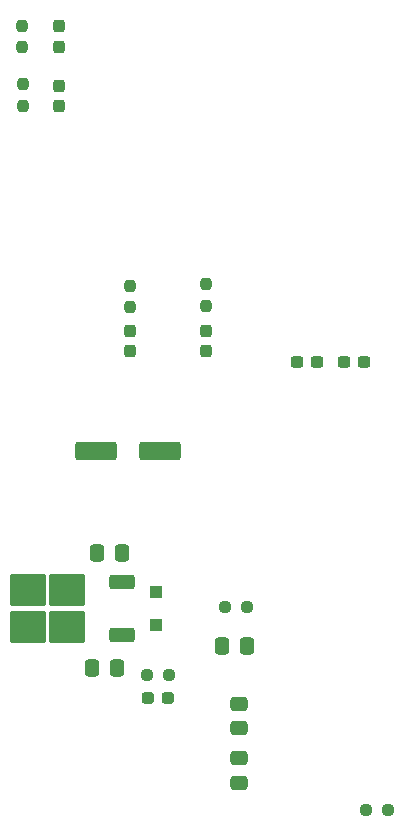
<source format=gbr>
%TF.GenerationSoftware,KiCad,Pcbnew,7.0.1-0*%
%TF.CreationDate,2023-05-22T14:04:25+09:00*%
%TF.ProjectId,AirData,41697244-6174-4612-9e6b-696361645f70,rev?*%
%TF.SameCoordinates,Original*%
%TF.FileFunction,Paste,Top*%
%TF.FilePolarity,Positive*%
%FSLAX46Y46*%
G04 Gerber Fmt 4.6, Leading zero omitted, Abs format (unit mm)*
G04 Created by KiCad (PCBNEW 7.0.1-0) date 2023-05-22 14:04:25*
%MOMM*%
%LPD*%
G01*
G04 APERTURE LIST*
G04 Aperture macros list*
%AMRoundRect*
0 Rectangle with rounded corners*
0 $1 Rounding radius*
0 $2 $3 $4 $5 $6 $7 $8 $9 X,Y pos of 4 corners*
0 Add a 4 corners polygon primitive as box body*
4,1,4,$2,$3,$4,$5,$6,$7,$8,$9,$2,$3,0*
0 Add four circle primitives for the rounded corners*
1,1,$1+$1,$2,$3*
1,1,$1+$1,$4,$5*
1,1,$1+$1,$6,$7*
1,1,$1+$1,$8,$9*
0 Add four rect primitives between the rounded corners*
20,1,$1+$1,$2,$3,$4,$5,0*
20,1,$1+$1,$4,$5,$6,$7,0*
20,1,$1+$1,$6,$7,$8,$9,0*
20,1,$1+$1,$8,$9,$2,$3,0*%
G04 Aperture macros list end*
%ADD10RoundRect,0.250000X0.337500X0.475000X-0.337500X0.475000X-0.337500X-0.475000X0.337500X-0.475000X0*%
%ADD11RoundRect,0.250000X0.475000X-0.337500X0.475000X0.337500X-0.475000X0.337500X-0.475000X-0.337500X0*%
%ADD12RoundRect,0.237500X-0.237500X0.250000X-0.237500X-0.250000X0.237500X-0.250000X0.237500X0.250000X0*%
%ADD13RoundRect,0.237500X0.300000X0.237500X-0.300000X0.237500X-0.300000X-0.237500X0.300000X-0.237500X0*%
%ADD14RoundRect,0.237500X-0.300000X-0.237500X0.300000X-0.237500X0.300000X0.237500X-0.300000X0.237500X0*%
%ADD15RoundRect,0.250000X-1.500000X-0.550000X1.500000X-0.550000X1.500000X0.550000X-1.500000X0.550000X0*%
%ADD16RoundRect,0.237500X0.287500X0.237500X-0.287500X0.237500X-0.287500X-0.237500X0.287500X-0.237500X0*%
%ADD17RoundRect,0.237500X0.237500X-0.287500X0.237500X0.287500X-0.237500X0.287500X-0.237500X-0.287500X0*%
%ADD18RoundRect,0.237500X-0.237500X0.287500X-0.237500X-0.287500X0.237500X-0.287500X0.237500X0.287500X0*%
%ADD19RoundRect,0.237500X0.250000X0.237500X-0.250000X0.237500X-0.250000X-0.237500X0.250000X-0.237500X0*%
%ADD20RoundRect,0.250000X0.300000X-0.300000X0.300000X0.300000X-0.300000X0.300000X-0.300000X-0.300000X0*%
%ADD21RoundRect,0.250000X0.850000X0.350000X-0.850000X0.350000X-0.850000X-0.350000X0.850000X-0.350000X0*%
%ADD22RoundRect,0.250000X1.275000X1.125000X-1.275000X1.125000X-1.275000X-1.125000X1.275000X-1.125000X0*%
%ADD23RoundRect,0.237500X-0.250000X-0.237500X0.250000X-0.237500X0.250000X0.237500X-0.250000X0.237500X0*%
G04 APERTURE END LIST*
D10*
%TO.C,C2*%
X171887500Y-116949432D03*
X169812500Y-116949432D03*
%TD*%
D11*
%TO.C,C3*%
X182254800Y-126637700D03*
X182254800Y-124562700D03*
%TD*%
D12*
%TO.C,R4*%
X179454800Y-84425200D03*
X179454800Y-86250200D03*
%TD*%
D13*
%TO.C,C1*%
X192817300Y-91000200D03*
X191092300Y-91000200D03*
%TD*%
D10*
%TO.C,C6*%
X172287500Y-107199432D03*
X170212500Y-107199432D03*
%TD*%
D14*
%TO.C,C7*%
X187092300Y-91000200D03*
X188817300Y-91000200D03*
%TD*%
D12*
%TO.C,R6*%
X163954800Y-67500200D03*
X163954800Y-69325200D03*
%TD*%
%TO.C,R7*%
X163867300Y-62575200D03*
X163867300Y-64400200D03*
%TD*%
D11*
%TO.C,C4*%
X182254800Y-122037700D03*
X182254800Y-119962700D03*
%TD*%
D10*
%TO.C,C5*%
X182874800Y-115100200D03*
X180799800Y-115100200D03*
%TD*%
D15*
%TO.C,C8*%
X170100000Y-98600200D03*
X175500000Y-98600200D03*
%TD*%
D16*
%TO.C,D1*%
X176242300Y-119500200D03*
X174492300Y-119500200D03*
%TD*%
D17*
%TO.C,D2*%
X172954800Y-90125200D03*
X172954800Y-88375200D03*
%TD*%
D12*
%TO.C,R5*%
X172954800Y-84587700D03*
X172954800Y-86412700D03*
%TD*%
D17*
%TO.C,D3*%
X179454800Y-90125200D03*
X179454800Y-88375200D03*
%TD*%
D18*
%TO.C,D5*%
X166954800Y-67625200D03*
X166954800Y-69375200D03*
%TD*%
%TO.C,D6*%
X166954800Y-62612700D03*
X166954800Y-64362700D03*
%TD*%
D19*
%TO.C,R2*%
X176279800Y-117500200D03*
X174454800Y-117500200D03*
%TD*%
D20*
%TO.C,D4*%
X175200000Y-113299432D03*
X175200000Y-110499432D03*
%TD*%
D21*
%TO.C,U3*%
X172300000Y-114179432D03*
D22*
X167675000Y-113424432D03*
X167675000Y-110374432D03*
X164325000Y-113424432D03*
X164325000Y-110374432D03*
D21*
X172300000Y-109619432D03*
%TD*%
D23*
%TO.C,R1*%
X192987500Y-129000000D03*
X194812500Y-129000000D03*
%TD*%
%TO.C,R3*%
X181049800Y-111790200D03*
X182874800Y-111790200D03*
%TD*%
M02*

</source>
